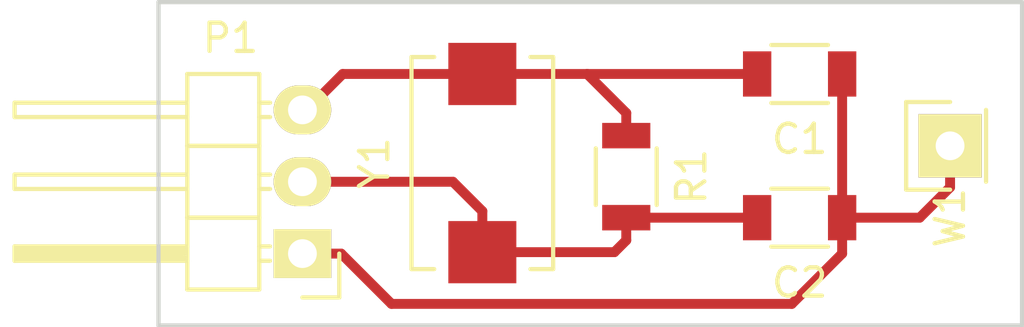
<source format=kicad_pcb>
(kicad_pcb (version 4) (host pcbnew 4.0.2+e4-6225~38~ubuntu16.04.1-stable)

  (general
    (links 9)
    (no_connects 9)
    (area 135.814999 95.174999 166.445001 109.295001)
    (thickness 1.6)
    (drawings 4)
    (tracks 23)
    (zones 0)
    (modules 6)
    (nets 4)
  )

  (page A4)
  (layers
    (0 F.Cu signal)
    (31 B.Cu signal)
    (32 B.Adhes user)
    (33 F.Adhes user)
    (34 B.Paste user)
    (35 F.Paste user)
    (36 B.SilkS user)
    (37 F.SilkS user)
    (38 B.Mask user)
    (39 F.Mask user)
    (40 Dwgs.User user)
    (41 Cmts.User user)
    (42 Eco1.User user)
    (43 Eco2.User user)
    (44 Edge.Cuts user)
    (45 Margin user)
    (46 B.CrtYd user)
    (47 F.CrtYd user)
    (48 B.Fab user)
    (49 F.Fab user)
  )

  (setup
    (last_trace_width 0.35)
    (trace_clearance 0.2)
    (zone_clearance 0.508)
    (zone_45_only no)
    (trace_min 0.2)
    (segment_width 0.2)
    (edge_width 0.15)
    (via_size 0.6)
    (via_drill 0.4)
    (via_min_size 0.4)
    (via_min_drill 0.3)
    (uvia_size 0.3)
    (uvia_drill 0.1)
    (uvias_allowed no)
    (uvia_min_size 0.2)
    (uvia_min_drill 0.1)
    (pcb_text_width 0.3)
    (pcb_text_size 1.5 1.5)
    (mod_edge_width 0.15)
    (mod_text_size 1 1)
    (mod_text_width 0.15)
    (pad_size 1.524 1.524)
    (pad_drill 0.762)
    (pad_to_mask_clearance 0.2)
    (aux_axis_origin 0 0)
    (visible_elements FFFFEF7F)
    (pcbplotparams
      (layerselection 0x00030_80000001)
      (usegerberextensions false)
      (excludeedgelayer true)
      (linewidth 0.100000)
      (plotframeref false)
      (viasonmask false)
      (mode 1)
      (useauxorigin false)
      (hpglpennumber 1)
      (hpglpenspeed 20)
      (hpglpendiameter 15)
      (hpglpenoverlay 2)
      (psnegative false)
      (psa4output false)
      (plotreference true)
      (plotvalue true)
      (plotinvisibletext false)
      (padsonsilk false)
      (subtractmaskfromsilk false)
      (outputformat 1)
      (mirror false)
      (drillshape 1)
      (scaleselection 1)
      (outputdirectory ""))
  )

  (net 0 "")
  (net 1 "Net-(C1-Pad1)")
  (net 2 "Net-(C1-Pad2)")
  (net 3 "Net-(C2-Pad2)")

  (net_class Default "This is the default net class."
    (clearance 0.2)
    (trace_width 0.35)
    (via_dia 0.6)
    (via_drill 0.4)
    (uvia_dia 0.3)
    (uvia_drill 0.1)
    (add_net "Net-(C1-Pad1)")
    (add_net "Net-(C1-Pad2)")
    (add_net "Net-(C2-Pad2)")
  )

  (module Capacitors_SMD:C_1206 (layer F.Cu) (tedit 57F0F4CC) (tstamp 57F0C466)
    (at 158.52 99.06 180)
    (descr "Capacitor SMD 1206, reflow soldering, AVX (see smccp.pdf)")
    (tags "capacitor 1206")
    (path /57F0C337)
    (attr smd)
    (fp_text reference C1 (at 0 -2.3 180) (layer F.SilkS)
      (effects (font (size 1 1) (thickness 0.15)))
    )
    (fp_text value CP1 (at 0 2.3 180) (layer F.Fab) hide
      (effects (font (size 1 1) (thickness 0.15)))
    )
    (fp_line (start -2.3 -1.15) (end 2.3 -1.15) (layer F.CrtYd) (width 0.05))
    (fp_line (start -2.3 1.15) (end 2.3 1.15) (layer F.CrtYd) (width 0.05))
    (fp_line (start -2.3 -1.15) (end -2.3 1.15) (layer F.CrtYd) (width 0.05))
    (fp_line (start 2.3 -1.15) (end 2.3 1.15) (layer F.CrtYd) (width 0.05))
    (fp_line (start 1 -1.025) (end -1 -1.025) (layer F.SilkS) (width 0.15))
    (fp_line (start -1 1.025) (end 1 1.025) (layer F.SilkS) (width 0.15))
    (pad 1 smd rect (at -1.5 0 180) (size 1 1.6) (layers F.Cu F.Paste F.Mask)
      (net 1 "Net-(C1-Pad1)"))
    (pad 2 smd rect (at 1.5 0 180) (size 1 1.6) (layers F.Cu F.Paste F.Mask)
      (net 2 "Net-(C1-Pad2)"))
    (model Capacitors_SMD.3dshapes/C_1206.wrl
      (at (xyz 0 0 0))
      (scale (xyz 1 1 1))
      (rotate (xyz 0 0 0))
    )
  )

  (module Capacitors_SMD:C_1206 (layer F.Cu) (tedit 57F0F4DA) (tstamp 57F0C46C)
    (at 158.52 104.14 180)
    (descr "Capacitor SMD 1206, reflow soldering, AVX (see smccp.pdf)")
    (tags "capacitor 1206")
    (path /57F0C369)
    (attr smd)
    (fp_text reference C2 (at 0 -2.3 180) (layer F.SilkS)
      (effects (font (size 1 1) (thickness 0.15)))
    )
    (fp_text value CP1 (at 0 2.3 180) (layer F.Fab) hide
      (effects (font (size 1 1) (thickness 0.15)))
    )
    (fp_line (start -2.3 -1.15) (end 2.3 -1.15) (layer F.CrtYd) (width 0.05))
    (fp_line (start -2.3 1.15) (end 2.3 1.15) (layer F.CrtYd) (width 0.05))
    (fp_line (start -2.3 -1.15) (end -2.3 1.15) (layer F.CrtYd) (width 0.05))
    (fp_line (start 2.3 -1.15) (end 2.3 1.15) (layer F.CrtYd) (width 0.05))
    (fp_line (start 1 -1.025) (end -1 -1.025) (layer F.SilkS) (width 0.15))
    (fp_line (start -1 1.025) (end 1 1.025) (layer F.SilkS) (width 0.15))
    (pad 1 smd rect (at -1.5 0 180) (size 1 1.6) (layers F.Cu F.Paste F.Mask)
      (net 1 "Net-(C1-Pad1)"))
    (pad 2 smd rect (at 1.5 0 180) (size 1 1.6) (layers F.Cu F.Paste F.Mask)
      (net 3 "Net-(C2-Pad2)"))
    (model Capacitors_SMD.3dshapes/C_1206.wrl
      (at (xyz 0 0 0))
      (scale (xyz 1 1 1))
      (rotate (xyz 0 0 0))
    )
  )

  (module Pin_Headers:Pin_Header_Angled_1x03 (layer F.Cu) (tedit 57F0F4BC) (tstamp 57F0C473)
    (at 140.97 105.41 180)
    (descr "Through hole pin header")
    (tags "pin header")
    (path /57F0C40B)
    (fp_text reference P1 (at 2.54 7.62 180) (layer F.SilkS)
      (effects (font (size 1 1) (thickness 0.15)))
    )
    (fp_text value CONN_01X03 (at 0 -3.1 180) (layer F.Fab) hide
      (effects (font (size 1 1) (thickness 0.15)))
    )
    (fp_line (start -1.5 -1.75) (end -1.5 6.85) (layer F.CrtYd) (width 0.05))
    (fp_line (start 10.65 -1.75) (end 10.65 6.85) (layer F.CrtYd) (width 0.05))
    (fp_line (start -1.5 -1.75) (end 10.65 -1.75) (layer F.CrtYd) (width 0.05))
    (fp_line (start -1.5 6.85) (end 10.65 6.85) (layer F.CrtYd) (width 0.05))
    (fp_line (start -1.3 -1.55) (end -1.3 0) (layer F.SilkS) (width 0.15))
    (fp_line (start 0 -1.55) (end -1.3 -1.55) (layer F.SilkS) (width 0.15))
    (fp_line (start 4.191 -0.127) (end 10.033 -0.127) (layer F.SilkS) (width 0.15))
    (fp_line (start 10.033 -0.127) (end 10.033 0.127) (layer F.SilkS) (width 0.15))
    (fp_line (start 10.033 0.127) (end 4.191 0.127) (layer F.SilkS) (width 0.15))
    (fp_line (start 4.191 0.127) (end 4.191 0) (layer F.SilkS) (width 0.15))
    (fp_line (start 4.191 0) (end 10.033 0) (layer F.SilkS) (width 0.15))
    (fp_line (start 1.524 -0.254) (end 1.143 -0.254) (layer F.SilkS) (width 0.15))
    (fp_line (start 1.524 0.254) (end 1.143 0.254) (layer F.SilkS) (width 0.15))
    (fp_line (start 1.524 2.286) (end 1.143 2.286) (layer F.SilkS) (width 0.15))
    (fp_line (start 1.524 2.794) (end 1.143 2.794) (layer F.SilkS) (width 0.15))
    (fp_line (start 1.524 4.826) (end 1.143 4.826) (layer F.SilkS) (width 0.15))
    (fp_line (start 1.524 5.334) (end 1.143 5.334) (layer F.SilkS) (width 0.15))
    (fp_line (start 4.064 1.27) (end 4.064 -1.27) (layer F.SilkS) (width 0.15))
    (fp_line (start 10.16 0.254) (end 4.064 0.254) (layer F.SilkS) (width 0.15))
    (fp_line (start 10.16 -0.254) (end 10.16 0.254) (layer F.SilkS) (width 0.15))
    (fp_line (start 4.064 -0.254) (end 10.16 -0.254) (layer F.SilkS) (width 0.15))
    (fp_line (start 1.524 1.27) (end 4.064 1.27) (layer F.SilkS) (width 0.15))
    (fp_line (start 1.524 -1.27) (end 1.524 1.27) (layer F.SilkS) (width 0.15))
    (fp_line (start 1.524 -1.27) (end 4.064 -1.27) (layer F.SilkS) (width 0.15))
    (fp_line (start 1.524 3.81) (end 4.064 3.81) (layer F.SilkS) (width 0.15))
    (fp_line (start 1.524 3.81) (end 1.524 6.35) (layer F.SilkS) (width 0.15))
    (fp_line (start 4.064 4.826) (end 10.16 4.826) (layer F.SilkS) (width 0.15))
    (fp_line (start 10.16 4.826) (end 10.16 5.334) (layer F.SilkS) (width 0.15))
    (fp_line (start 10.16 5.334) (end 4.064 5.334) (layer F.SilkS) (width 0.15))
    (fp_line (start 4.064 6.35) (end 4.064 3.81) (layer F.SilkS) (width 0.15))
    (fp_line (start 4.064 3.81) (end 4.064 1.27) (layer F.SilkS) (width 0.15))
    (fp_line (start 10.16 2.794) (end 4.064 2.794) (layer F.SilkS) (width 0.15))
    (fp_line (start 10.16 2.286) (end 10.16 2.794) (layer F.SilkS) (width 0.15))
    (fp_line (start 4.064 2.286) (end 10.16 2.286) (layer F.SilkS) (width 0.15))
    (fp_line (start 1.524 3.81) (end 4.064 3.81) (layer F.SilkS) (width 0.15))
    (fp_line (start 1.524 1.27) (end 1.524 3.81) (layer F.SilkS) (width 0.15))
    (fp_line (start 1.524 1.27) (end 4.064 1.27) (layer F.SilkS) (width 0.15))
    (fp_line (start 1.524 6.35) (end 4.064 6.35) (layer F.SilkS) (width 0.15))
    (pad 1 thru_hole rect (at 0 0 180) (size 2.032 1.7272) (drill 1.016) (layers *.Cu *.Mask F.SilkS)
      (net 1 "Net-(C1-Pad1)"))
    (pad 2 thru_hole oval (at 0 2.54 180) (size 2.032 1.7272) (drill 1.016) (layers *.Cu *.Mask F.SilkS)
      (net 3 "Net-(C2-Pad2)"))
    (pad 3 thru_hole oval (at 0 5.08 180) (size 2.032 1.7272) (drill 1.016) (layers *.Cu *.Mask F.SilkS)
      (net 2 "Net-(C1-Pad2)"))
    (model Pin_Headers.3dshapes/Pin_Header_Angled_1x03.wrl
      (at (xyz 0 -0.1 0))
      (scale (xyz 1 1 1))
      (rotate (xyz 0 0 90))
    )
  )

  (module Resistors_SMD:R_1206 (layer F.Cu) (tedit 5415CFA7) (tstamp 57F0C479)
    (at 152.4 102.69 270)
    (descr "Resistor SMD 1206, reflow soldering, Vishay (see dcrcw.pdf)")
    (tags "resistor 1206")
    (path /57F0C30A)
    (attr smd)
    (fp_text reference R1 (at 0 -2.3 270) (layer F.SilkS)
      (effects (font (size 1 1) (thickness 0.15)))
    )
    (fp_text value R (at 0 2.3 270) (layer F.Fab)
      (effects (font (size 1 1) (thickness 0.15)))
    )
    (fp_line (start -2.2 -1.2) (end 2.2 -1.2) (layer F.CrtYd) (width 0.05))
    (fp_line (start -2.2 1.2) (end 2.2 1.2) (layer F.CrtYd) (width 0.05))
    (fp_line (start -2.2 -1.2) (end -2.2 1.2) (layer F.CrtYd) (width 0.05))
    (fp_line (start 2.2 -1.2) (end 2.2 1.2) (layer F.CrtYd) (width 0.05))
    (fp_line (start 1 1.075) (end -1 1.075) (layer F.SilkS) (width 0.15))
    (fp_line (start -1 -1.075) (end 1 -1.075) (layer F.SilkS) (width 0.15))
    (pad 1 smd rect (at -1.45 0 270) (size 0.9 1.7) (layers F.Cu F.Paste F.Mask)
      (net 2 "Net-(C1-Pad2)"))
    (pad 2 smd rect (at 1.45 0 270) (size 0.9 1.7) (layers F.Cu F.Paste F.Mask)
      (net 3 "Net-(C2-Pad2)"))
    (model Resistors_SMD.3dshapes/R_1206.wrl
      (at (xyz 0 0 0))
      (scale (xyz 1 1 1))
      (rotate (xyz 0 0 0))
    )
  )

  (module Pin_Headers:Pin_Header_Straight_1x01 (layer F.Cu) (tedit 57F0F4D1) (tstamp 57F0C634)
    (at 163.83 101.6 90)
    (descr "Through hole pin header")
    (tags "pin header")
    (path /57F0C449)
    (fp_text reference W1 (at -2.54 0 90) (layer F.SilkS)
      (effects (font (size 1 1) (thickness 0.15)))
    )
    (fp_text value TEST_1P (at 0 -3.1 90) (layer F.Fab) hide
      (effects (font (size 1 1) (thickness 0.15)))
    )
    (fp_line (start 1.55 -1.55) (end 1.55 0) (layer F.SilkS) (width 0.15))
    (fp_line (start -1.75 -1.75) (end -1.75 1.75) (layer F.CrtYd) (width 0.05))
    (fp_line (start 1.75 -1.75) (end 1.75 1.75) (layer F.CrtYd) (width 0.05))
    (fp_line (start -1.75 -1.75) (end 1.75 -1.75) (layer F.CrtYd) (width 0.05))
    (fp_line (start -1.75 1.75) (end 1.75 1.75) (layer F.CrtYd) (width 0.05))
    (fp_line (start -1.55 0) (end -1.55 -1.55) (layer F.SilkS) (width 0.15))
    (fp_line (start -1.55 -1.55) (end 1.55 -1.55) (layer F.SilkS) (width 0.15))
    (fp_line (start -1.27 1.27) (end 1.27 1.27) (layer F.SilkS) (width 0.15))
    (pad 1 thru_hole rect (at 0 0 90) (size 2.2352 2.2352) (drill 1.016) (layers *.Cu *.Mask F.SilkS)
      (net 1 "Net-(C1-Pad1)"))
    (model Pin_Headers.3dshapes/Pin_Header_Straight_1x01.wrl
      (at (xyz 0 0 0))
      (scale (xyz 1 1 1))
      (rotate (xyz 0 0 90))
    )
  )

  (module Crystals:Crystal_FOX-FE_SMD (layer F.Cu) (tedit 57F0F4C7) (tstamp 57F0C638)
    (at 147.32 102.2096 90)
    (descr "Crystal, Quarz, FE, SMD, Vendor Fox,")
    (tags "Crystal Quarz FE SMD Vendor Fox")
    (path /57F0C2EB)
    (attr smd)
    (fp_text reference Y1 (at 0 -3.81 90) (layer F.SilkS)
      (effects (font (size 1 1) (thickness 0.15)))
    )
    (fp_text value Crystal (at 1.27 5.08 90) (layer F.Fab) hide
      (effects (font (size 1 1) (thickness 0.15)))
    )
    (fp_circle (center 0 0) (end 0.8001 0) (layer F.Adhes) (width 0.381))
    (fp_circle (center 0 0) (end 0.50038 0) (layer F.Adhes) (width 0.381))
    (fp_circle (center 0 0) (end 0.14986 -0.0508) (layer F.Adhes) (width 0.381))
    (fp_line (start -3.74904 2.49936) (end -3.74904 1.69926) (layer F.SilkS) (width 0.15))
    (fp_line (start -3.74904 -2.49936) (end -3.74904 -1.69926) (layer F.SilkS) (width 0.15))
    (fp_line (start 3.74904 -2.49936) (end 3.74904 -1.69926) (layer F.SilkS) (width 0.15))
    (fp_line (start 3.74904 2.49936) (end 3.74904 1.69926) (layer F.SilkS) (width 0.15))
    (fp_line (start -3.74904 2.49936) (end 3.74904 2.49936) (layer F.SilkS) (width 0.15))
    (fp_line (start 3.74904 -2.49936) (end -3.74904 -2.49936) (layer F.SilkS) (width 0.15))
    (pad 1 smd rect (at -3.1496 0 90) (size 2.19964 2.4003) (layers F.Cu F.Paste F.Mask)
      (net 3 "Net-(C2-Pad2)"))
    (pad 2 smd rect (at 3.1496 0 90) (size 2.19964 2.4003) (layers F.Cu F.Paste F.Mask)
      (net 2 "Net-(C1-Pad2)"))
  )

  (gr_line (start 166.37 96.52) (end 135.89 96.52) (layer Edge.Cuts) (width 0.15))
  (gr_line (start 166.37 107.95) (end 166.37 96.52) (layer Edge.Cuts) (width 0.15))
  (gr_line (start 135.89 107.95) (end 166.37 107.95) (layer Edge.Cuts) (width 0.15))
  (gr_line (start 135.89 96.52) (end 135.89 107.95) (layer Edge.Cuts) (width 0.15))

  (segment (start 160.02 104.14) (end 160.02 105.41) (width 0.35) (layer F.Cu) (net 1))
  (segment (start 160.02 105.41) (end 158.242 107.188) (width 0.35) (layer F.Cu) (net 1))
  (segment (start 158.242 107.188) (end 144.114 107.188) (width 0.35) (layer F.Cu) (net 1))
  (segment (start 144.114 107.188) (end 142.336 105.41) (width 0.35) (layer F.Cu) (net 1))
  (segment (start 142.336 105.41) (end 140.97 105.41) (width 0.35) (layer F.Cu) (net 1))
  (segment (start 160.02 104.14) (end 162.7576 104.14) (width 0.35) (layer F.Cu) (net 1))
  (segment (start 162.7576 104.14) (end 163.83 103.0676) (width 0.35) (layer F.Cu) (net 1))
  (segment (start 163.83 103.0676) (end 163.83 101.6) (width 0.35) (layer F.Cu) (net 1))
  (segment (start 160.02 99.06) (end 160.02 104.14) (width 0.35) (layer F.Cu) (net 1))
  (segment (start 157.02 99.06) (end 151.02 99.06) (width 0.35) (layer F.Cu) (net 2))
  (segment (start 147.32 99.06) (end 151.02 99.06) (width 0.35) (layer F.Cu) (net 2))
  (segment (start 152.4 100.44) (end 152.4 101.24) (width 0.35) (layer F.Cu) (net 2))
  (segment (start 151.02 99.06) (end 152.4 100.44) (width 0.35) (layer F.Cu) (net 2))
  (segment (start 140.97 100.33) (end 141.1224 100.33) (width 0.35) (layer F.Cu) (net 2))
  (segment (start 141.1224 100.33) (end 142.3924 99.06) (width 0.35) (layer F.Cu) (net 2))
  (segment (start 142.3924 99.06) (end 147.32 99.06) (width 0.35) (layer F.Cu) (net 2))
  (segment (start 157.02 104.14) (end 152.4 104.14) (width 0.35) (layer F.Cu) (net 3))
  (segment (start 147.32 105.3592) (end 151.9808 105.3592) (width 0.35) (layer F.Cu) (net 3))
  (segment (start 151.9808 105.3592) (end 152.4 104.94) (width 0.35) (layer F.Cu) (net 3))
  (segment (start 152.4 104.94) (end 152.4 104.14) (width 0.35) (layer F.Cu) (net 3))
  (segment (start 140.97 102.87) (end 146.28062 102.87) (width 0.35) (layer F.Cu) (net 3))
  (segment (start 146.28062 102.87) (end 147.32 103.90938) (width 0.35) (layer F.Cu) (net 3))
  (segment (start 147.32 103.90938) (end 147.32 105.3592) (width 0.35) (layer F.Cu) (net 3))

)

</source>
